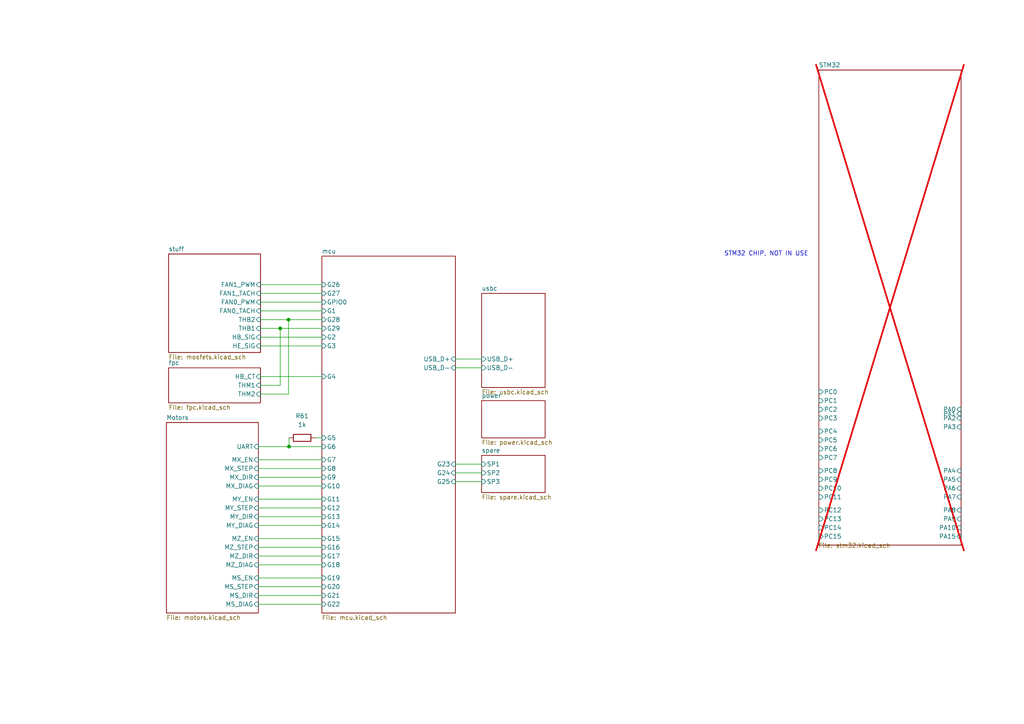
<source format=kicad_sch>
(kicad_sch (version 20250114) (generator "eeschema") (generator_version "9.0")
  (paper "A4")
  (lib_symbols
    (symbol "Device:R" (pin_numbers (hide yes)) (pin_names (offset 0))
      (property "Reference" "R" (at 2.032 0 90))
      (property "Value" "R" (at 0 0 90))
      (symbol "R_0_1"
        (rectangle (start -1.016 -2.54) (end 1.016 2.54) (stroke (width 0.254)))
      )
      (symbol "R_1_1"
        (pin passive line (at 0 3.81 270) (length 1.27) (name "~") (number "1"))
        (pin passive line (at 0 -3.81 90) (length 1.27) (name "~") (number "2"))
      )
    )
  )
  (text "STM32 CHIP, NOT IN USE" (at 222.25 73.66 0) (effects (font (size 1.27 1.27))))
  (junction (at 83.82 129.54))
  (junction (at 83.6847 92.71))
  (junction (at 81.28 95.25))
  (wire (pts (xy 75.565 90.17) (xy 93.345 90.17)))
  (wire (pts (xy 132.08 137.16) (xy 139.7 137.16)))
  (wire (pts (xy 74.93 167.64) (xy 93.345 167.64)))
  (wire (pts (xy 83.82 129.54) (xy 93.345 129.54)))
  (wire (pts (xy 132.08 106.68) (xy 139.7 106.68)))
  (wire (pts (xy 74.93 175.26) (xy 93.345 175.26)))
  (wire (pts (xy 74.93 133.35) (xy 93.345 133.35)))
  (wire (pts (xy 74.93 172.72) (xy 93.345 172.72)))
  (wire (pts (xy 74.93 144.78) (xy 93.345 144.78)))
  (wire (pts (xy 75.565 82.55) (xy 93.345 82.55)))
  (wire (pts (xy 74.93 140.97) (xy 93.345 140.97)))
  (wire (pts (xy 75.565 100.33) (xy 93.345 100.33)))
  (wire (pts (xy 74.93 152.4) (xy 93.345 152.4)))
  (wire (pts (xy 132.08 139.7) (xy 139.7 139.7)))
  (wire (pts (xy 75.565 85.09) (xy 93.345 85.09)))
  (wire (pts (xy 75.565 97.79) (xy 93.345 97.79)))
  (wire (pts (xy 81.28 95.25) (xy 93.345 95.25)))
  (wire (pts (xy 74.93 138.43) (xy 93.345 138.43)))
  (wire (pts (xy 74.93 170.18) (xy 93.345 170.18)))
  (wire (pts (xy 75.565 109.22) (xy 93.345 109.22)))
  (wire (pts (xy 75.565 92.71) (xy 83.6847 92.71)))
  (wire (pts (xy 74.93 147.32) (xy 93.345 147.32)))
  (wire (pts (xy 74.93 163.83) (xy 93.345 163.83)))
  (wire (pts (xy 74.93 156.21) (xy 93.345 156.21)))
  (wire (pts (xy 75.565 111.76) (xy 81.28 111.76)))
  (wire (pts (xy 132.08 104.14) (xy 139.7 104.14)))
  (wire (pts (xy 75.565 114.3) (xy 83.6847 114.3)))
  (wire (pts (xy 74.93 135.89) (xy 93.345 135.89)))
  (wire (pts (xy 74.93 149.86) (xy 93.345 149.86)))
  (wire (pts (xy 75.565 95.25) (xy 81.28 95.25)))
  (wire (pts (xy 83.6847 114.3) (xy 83.6847 92.71)))
  (wire (pts (xy 83.6847 92.71) (xy 93.345 92.71)))
  (wire (pts (xy 74.93 158.75) (xy 93.345 158.75)))
  (wire (pts (xy 75.565 87.63) (xy 93.345 87.63)))
  (wire (pts (xy 91.44 127) (xy 93.345 127)))
  (wire (pts (xy 81.28 111.76) (xy 81.28 95.25)))
  (wire (pts (xy 74.93 129.54) (xy 83.82 129.54)))
  (wire (pts (xy 83.82 127) (xy 83.82 129.54)))
  (wire (pts (xy 74.93 161.29) (xy 93.345 161.29)))
  (wire (pts (xy 132.08 134.62) (xy 139.7 134.62)))
  (symbol (lib_id "Device:R") (at 87.63 127 90) (unit 1)
    (property "Reference" "R61" (at 87.63 120.65 90))
    (property "Value" "1k" (at 87.63 123.19 90))
    (property "Description" "Resistor" (effects (hide yes)))
  )
  (sheet (at 48.895 73.66) (size 26.67 28.575) (stroke (width 0.1524))
    (property "Sheetname" "stuff" (at 48.895 72.9484 0) (effects (justify left bottom)))
    (property "Sheetfile" "mosfets.kicad_sch" (at 48.895 102.8196 0) (effects (justify left top)))
    (pin "HE_SIG" input (at 75.565 100.33 0))
    (pin "HB_SIG" input (at 75.565 97.79 0))
    (pin "THB1" input (at 75.565 95.25 0))
    (pin "THB2" input (at 75.565 92.71 0))
    (pin "FAN0_PWM" input (at 75.565 87.63 0))
    (pin "FAN0_TACH" input (at 75.565 90.17 0))
    (pin "FAN1_TACH" input (at 75.565 85.09 0))
    (pin "FAN1_PWM" input (at 75.565 82.55 0))
  )
  (sheet (at 93.345 74.295) (size 38.735 103.505) (stroke (width 0.1524))
    (property "Sheetname" "mcu" (at 93.345 73.5834 0) (effects (justify left bottom)))
    (property "Sheetfile" "mcu.kicad_sch" (at 93.345 178.3846 0) (effects (justify left top)))
    (pin "G6" input (at 93.345 129.54 180))
    (pin "G12" input (at 93.345 147.32 180))
    (pin "G20" input (at 93.345 170.18 180))
    (pin "USB_D-" input (at 132.08 106.68 0))
    (pin "G16" input (at 93.345 158.75 180))
    (pin "G22" input (at 93.345 175.26 180))
    (pin "G17" input (at 93.345 161.29 180))
    (pin "G21" input (at 93.345 172.72 180))
    (pin "G3" input (at 93.345 100.33 180))
    (pin "G13" input (at 93.345 149.86 180))
    (pin "G25" input (at 132.08 139.7 0))
    (pin "G27" input (at 93.345 85.09 180))
    (pin "G23" input (at 132.08 134.62 0))
    (pin "G11" input (at 93.345 144.78 180))
    (pin "G29" input (at 93.345 95.25 180))
    (pin "USB_D+" input (at 132.08 104.14 0))
    (pin "G28" input (at 93.345 92.71 180))
    (pin "G14" input (at 93.345 152.4 180))
    (pin "G10" input (at 93.345 140.97 180))
    (pin "G4" input (at 93.345 109.22 180))
    (pin "G15" input (at 93.345 156.21 180))
    (pin "G26" input (at 93.345 82.55 180))
    (pin "G18" input (at 93.345 163.83 180))
    (pin "G9" input (at 93.345 138.43 180))
    (pin "G24" input (at 132.08 137.16 0))
    (pin "G19" input (at 93.345 167.64 180))
    (pin "G2" input (at 93.345 97.79 180))
    (pin "G1" input (at 93.345 90.17 180))
    (pin "GPIO0" input (at 93.345 87.63 180))
    (pin "G8" input (at 93.345 135.89 180))
    (pin "G7" input (at 93.345 133.35 180))
    (pin "G5" input (at 93.345 127 180))
  )
  (sheet (at 139.7 132.08) (size 18.415 10.795) (stroke (width 0.1524))
    (property "Sheetname" "spare" (at 139.7 131.3684 0) (effects (justify left bottom)))
    (property "Sheetfile" "spare.kicad_sch" (at 139.7 143.4596 0) (effects (justify left top)))
    (pin "SP3" input (at 139.7 139.7 180))
    (pin "SP1" input (at 139.7 134.62 180))
    (pin "SP2" input (at 139.7 137.16 180))
  )
  (sheet (at 139.7 85.09) (size 18.415 27.305) (stroke (width 0.1524))
    (property "Sheetname" "usbc" (at 139.7 84.3784 0) (effects (justify left bottom)))
    (property "Sheetfile" "usbc.kicad_sch" (at 139.7 112.9796 0) (effects (justify left top)))
    (pin "USB_D-" input (at 139.7 106.68 180))
    (pin "USB_D+" input (at 139.7 104.14 180))
  )
  (sheet (at 48.895 106.68) (size 26.67 10.16) (stroke (width 0.1524))
    (property "Sheetname" "fpc" (at 48.895 105.9684 0) (effects (justify left bottom)))
    (property "Sheetfile" "fpc.kicad_sch" (at 48.895 117.4246 0) (effects (justify left top)))
    (pin "THM2" input (at 75.565 114.3 0))
    (pin "THM1" input (at 75.565 111.76 0))
    (pin "HB_CT" input (at 75.565 109.22 0))
  )
  (sheet (at 237.49 20.32) (size 41.275 137.795) (exclude_from_sim yes) (in_bom no) (on_board no) (dnp yes) (stroke (width 0.1524))
    (property "Sheetname" "STM32" (at 237.49 19.6084 0) (effects (justify left bottom)))
    (property "Sheetfile" "stm32.kicad_sch" (at 237.363 157.48 0) (effects (justify left top)))
    (pin "PA10" input (at 278.765 153.035 0))
    (pin "PA3" input (at 278.765 123.825 0))
    (pin "PA15" input (at 278.765 155.575 0))
    (pin "PA5" input (at 278.765 139.065 0))
    (pin "PA7" input (at 278.765 144.145 0))
    (pin "PA0" input (at 278.765 118.745 0))
    (pin "PA2" input (at 278.765 121.285 0))
    (pin "PA1" input (at 278.765 120.015 0))
    (pin "PA9" input (at 278.765 150.495 0))
    (pin "PA8" input (at 278.765 147.955 0))
    (pin "PA6" input (at 278.765 141.605 0))
    (pin "PA4" input (at 278.765 136.525 0))
    (pin "PC0" input (at 237.49 113.665 180))
    (pin "PC2" input (at 237.49 118.745 180))
    (pin "PC6" input (at 237.49 130.175 180))
    (pin "PC3" input (at 237.49 121.285 180))
    (pin "PC5" input (at 237.49 127.635 180))
    (pin "PC13" input (at 237.49 150.495 180))
    (pin "PC11" input (at 237.49 144.145 180))
    (pin "PC8" input (at 237.49 136.525 180))
    (pin "PC15" input (at 237.49 155.575 180))
    (pin "PC12" input (at 237.49 147.955 180))
    (pin "PC7" input (at 237.49 132.715 180))
    (pin "PC14" input (at 237.49 153.035 180))
    (pin "PC10" input (at 237.49 141.605 180))
    (pin "PC9" input (at 237.49 139.065 180))
    (pin "PC4" input (at 237.49 125.095 180))
    (pin "PC1" input (at 237.49 116.205 180))
  )
  (sheet (at 48.26 122.555) (size 26.67 55.245) (stroke (width 0.1524))
    (property "Sheetname" "Motors" (at 48.26 121.8434 0) (effects (justify left bottom)))
    (property "Sheetfile" "motors.kicad_sch" (at 48.26 178.3846 0) (effects (justify left top)))
    (pin "MX_EN" input (at 74.93 133.35 0))
    (pin "MX_DIAG" input (at 74.93 140.97 0))
    (pin "MS_DIAG" input (at 74.93 175.26 0))
    (pin "MS_EN" input (at 74.93 167.64 0))
    (pin "MS_DIR" input (at 74.93 172.72 0))
    (pin "MS_STEP" input (at 74.93 170.18 0))
    (pin "MX_DIR" input (at 74.93 138.43 0))
    (pin "MX_STEP" input (at 74.93 135.89 0))
    (pin "MY_STEP" input (at 74.93 147.32 0))
    (pin "MY_DIAG" input (at 74.93 152.4 0))
    (pin "MY_EN" input (at 74.93 144.78 0))
    (pin "MY_DIR" input (at 74.93 149.86 0))
    (pin "MZ_DIAG" input (at 74.93 163.83 0))
    (pin "MZ_EN" input (at 74.93 156.21 0))
    (pin "MZ_DIR" input (at 74.93 161.29 0))
    (pin "MZ_STEP" input (at 74.93 158.75 0))
    (pin "UART" input (at 74.93 129.54 0))
  )
  (sheet (at 139.7 116.205) (size 18.415 10.795) (stroke (width 0.1524))
    (property "Sheetname" "power" (at 139.7 115.4934 0) (effects (justify left bottom)))
    (property "Sheetfile" "power.kicad_sch" (at 139.7 127.5846 0) (effects (justify left top)))
  )
)
</source>
